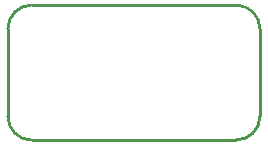
<source format=gko>
G04 Layer: BoardOutlineLayer*
G04 EasyEDA Pro v2.2.40.8, 2025-10-17 12:33:29*
G04 Gerber Generator version 0.3*
G04 Scale: 100 percent, Rotated: No, Reflected: No*
G04 Dimensions in millimeters*
G04 Leading zeros omitted, absolute positions, 4 integers and 5 decimals*
G04 Generated by one-click*
%FSLAX45Y45*%
%MOMM*%
%ADD10C,0.254*%
%ADD11C,0.0858*%
G75*


G04 PolygonModel Start*
G54D10*
G01X200000Y0D02*
G01X1933600Y0D01*
G03X2133600Y200000I0J200000D01*
G01X2133600Y943000D01*
G03X1933600Y1143000I-200000J0D01*
G01X200000Y1143000D01*
G03X0Y943000I0J-200000D01*
G01X0Y200000D01*
G03X200000Y0I200000J0D01*

M02*


</source>
